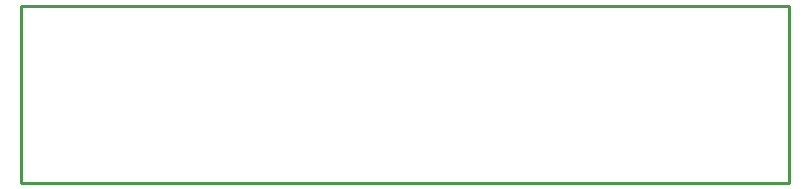
<source format=gm1>
%FSLAX24Y24*%
%MOIN*%
G70*
G01*
G75*
G04 Layer_Color=16711935*
%ADD10C,0.0197*%
%ADD11R,0.0709X0.0709*%
%ADD12C,0.0709*%
%ADD13C,0.0984*%
%ADD14C,0.1063*%
%ADD15C,0.0079*%
%ADD16C,0.0050*%
%ADD17C,0.0100*%
%ADD18R,0.0789X0.0789*%
%ADD19C,0.0789*%
%ADD20C,0.0080*%
%ADD21C,0.1064*%
%ADD22C,0.1143*%
D17*
X0Y5906D02*
X25591D01*
Y0D02*
Y5906D01*
X0Y0D02*
Y5906D01*
Y0D02*
X25591D01*
M02*

</source>
